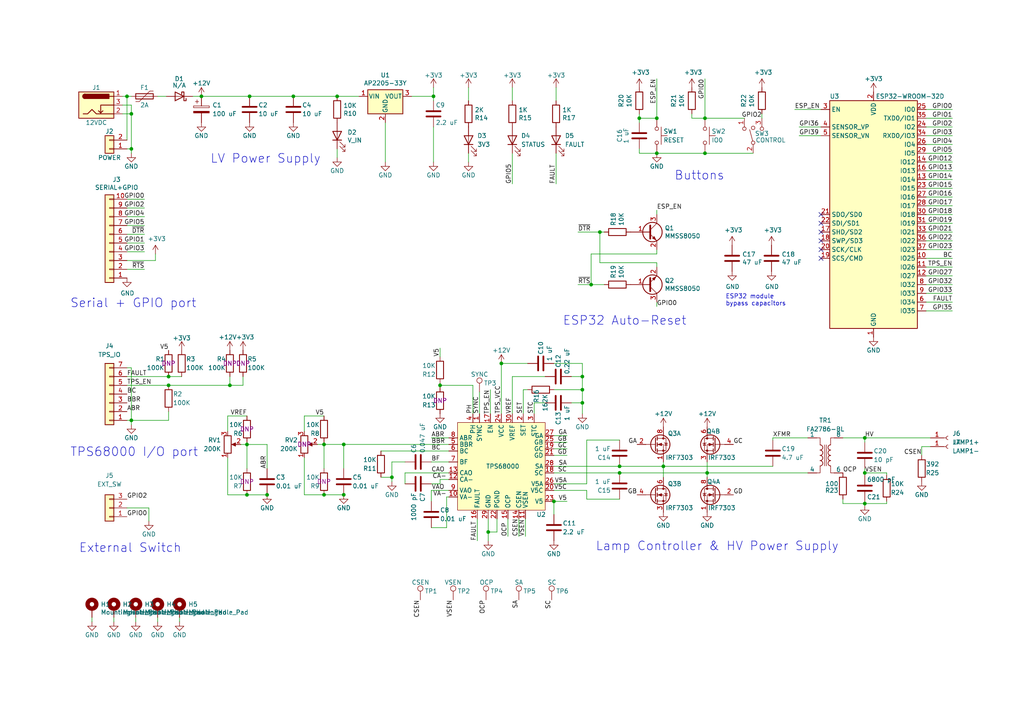
<source format=kicad_sch>
(kicad_sch (version 20211123) (generator eeschema)
  (paper "A4")
  (junction (at 141.605 154.305))
  (junction (at 48.895 111.76))
  (junction (at 38.1 121.92))
  (junction (at 97.79 27.94))
  (junction (at 168.91 113.03))
  (junction (at 66.675 111.76))
  (junction (at 99.695 128.905))
  (junction (at 168.91 109.22))
  (junction (at 192.405 135.255))
  (junction (at 179.705 135.255))
  (junction (at 38.1 33.02))
  (junction (at 160.655 145.415))
  (junction (at 190.5 44.45))
  (junction (at 77.47 143.5244))
  (junction (at 72.39 27.94))
  (junction (at 205.105 137.16))
  (junction (at 71.628 128.9194))
  (junction (at 250.825 146.05))
  (junction (at 85.09 27.94))
  (junction (at 125.73 27.94))
  (junction (at 127.635 111.76))
  (junction (at 190.5 34.29))
  (junction (at 179.705 137.16))
  (junction (at 113.665 138.43))
  (junction (at 93.98 143.51))
  (junction (at 171.45 82.55))
  (junction (at 204.47 34.29))
  (junction (at 173.99 67.31))
  (junction (at 204.47 44.45))
  (junction (at 71.628 143.5244))
  (junction (at 185.42 34.29))
  (junction (at 250.825 127))
  (junction (at 93.98 128.905))
  (junction (at 58.42 27.94))
  (junction (at 99.695 143.51))
  (junction (at 38.1 43.18))
  (junction (at 48.895 109.22))
  (junction (at 36.83 27.94))
  (junction (at 168.91 116.84))
  (junction (at 250.825 137.16))
  (junction (at 145.415 105.41))
  (no_connect (at 238.125 62.23))
  (no_connect (at 238.125 64.77))
  (no_connect (at 238.125 67.31))
  (no_connect (at 238.125 69.85))
  (no_connect (at 238.125 74.93))
  (no_connect (at 238.125 72.39))
  (wire (pts (xy 35.56 27.94) (xy 36.83 27.94)))
  (wire (pts (xy 93.98 143.51) (xy 88.265 143.51)))
  (wire (pts (xy 200.66 33.02) (xy 200.66 34.29)))
  (wire (pts (xy 161.29 25.4) (xy 161.29 29.21)))
  (wire (pts (xy 257.175 146.05) (xy 250.825 146.05)))
  (wire (pts (xy 71.628 128.9194) (xy 77.47 128.9194)))
  (wire (pts (xy 33.02 180.34) (xy 33.02 179.07)))
  (wire (pts (xy 113.665 133.985) (xy 113.665 138.43)))
  (wire (pts (xy 138.43 150.495) (xy 138.43 156.845)))
  (wire (pts (xy 276.225 69.85) (xy 268.605 69.85)))
  (wire (pts (xy 35.56 33.02) (xy 38.1 33.02)))
  (wire (pts (xy 99.695 135.89) (xy 99.695 128.905)))
  (wire (pts (xy 36.83 75.565) (xy 45.085 75.565)))
  (wire (pts (xy 167.64 67.31) (xy 173.99 67.31)))
  (wire (pts (xy 36.83 62.865) (xy 41.91 62.865)))
  (wire (pts (xy 26.67 180.34) (xy 26.67 179.07)))
  (wire (pts (xy 119.38 27.94) (xy 125.73 27.94)))
  (wire (pts (xy 99.695 128.905) (xy 93.98 128.905)))
  (wire (pts (xy 139.065 113.665) (xy 139.065 120.015)))
  (wire (pts (xy 93.98 120.65) (xy 88.265 120.65)))
  (wire (pts (xy 244.475 144.78) (xy 244.475 146.05)))
  (wire (pts (xy 190.5 22.86) (xy 190.5 34.29)))
  (wire (pts (xy 268.605 44.45) (xy 276.225 44.45)))
  (wire (pts (xy 185.42 44.45) (xy 185.42 43.18)))
  (wire (pts (xy 142.24 113.03) (xy 142.24 120.015)))
  (wire (pts (xy 190.5 60.96) (xy 190.5 62.23)))
  (wire (pts (xy 154.94 116.84) (xy 154.94 120.015)))
  (wire (pts (xy 268.605 52.07) (xy 276.225 52.07)))
  (wire (pts (xy 45.72 27.94) (xy 48.26 27.94)))
  (wire (pts (xy 244.475 146.05) (xy 250.825 146.05)))
  (wire (pts (xy 268.605 90.17) (xy 276.225 90.17)))
  (wire (pts (xy 224.155 127) (xy 234.315 127)))
  (wire (pts (xy 250.825 137.16) (xy 250.825 137.795)))
  (wire (pts (xy 160.655 113.03) (xy 168.91 113.03)))
  (wire (pts (xy 144.145 154.305) (xy 141.605 154.305)))
  (wire (pts (xy 150.495 150.495) (xy 150.495 155.575)))
  (wire (pts (xy 190.5 73.66) (xy 171.45 73.66)))
  (wire (pts (xy 160.655 105.41) (xy 168.91 105.41)))
  (wire (pts (xy 268.605 67.31) (xy 276.225 67.31)))
  (wire (pts (xy 190.5 87.63) (xy 190.5 88.9)))
  (wire (pts (xy 173.99 67.31) (xy 175.26 67.31)))
  (wire (pts (xy 36.83 78.105) (xy 41.91 78.105)))
  (wire (pts (xy 170.18 140.335) (xy 170.18 127.635)))
  (wire (pts (xy 129.54 153.035) (xy 129.54 144.145)))
  (wire (pts (xy 160.655 132.08) (xy 164.465 132.08)))
  (wire (pts (xy 192.405 135.255) (xy 224.155 135.255)))
  (wire (pts (xy 72.39 27.94) (xy 85.09 27.94)))
  (wire (pts (xy 165.735 109.22) (xy 168.91 109.22)))
  (wire (pts (xy 160.655 126.365) (xy 164.465 126.365)))
  (wire (pts (xy 276.225 49.53) (xy 268.605 49.53)))
  (wire (pts (xy 276.225 85.09) (xy 268.605 85.09)))
  (wire (pts (xy 160.655 145.415) (xy 160.655 149.225)))
  (wire (pts (xy 71.628 143.5244) (xy 77.47 143.5244)))
  (wire (pts (xy 173.99 76.2) (xy 173.99 67.31)))
  (wire (pts (xy 110.49 130.81) (xy 130.175 130.81)))
  (wire (pts (xy 257.175 137.795) (xy 257.175 137.16)))
  (wire (pts (xy 190.5 77.47) (xy 190.5 76.2)))
  (wire (pts (xy 71.628 128.9194) (xy 71.628 135.9044)))
  (wire (pts (xy 190.5 44.45) (xy 185.42 44.45)))
  (wire (pts (xy 111.76 35.56) (xy 111.76 46.99)))
  (wire (pts (xy 192.405 135.255) (xy 192.405 138.43)))
  (wire (pts (xy 168.91 116.84) (xy 165.735 116.84)))
  (wire (pts (xy 204.47 22.86) (xy 204.47 34.29)))
  (wire (pts (xy 137.16 120.015) (xy 137.16 111.76)))
  (wire (pts (xy 276.225 64.77) (xy 268.605 64.77)))
  (wire (pts (xy 36.83 67.945) (xy 41.91 67.945)))
  (wire (pts (xy 85.09 27.94) (xy 97.79 27.94)))
  (wire (pts (xy 179.705 137.16) (xy 205.105 137.16)))
  (wire (pts (xy 205.105 133.985) (xy 205.105 137.16)))
  (wire (pts (xy 45.085 75.565) (xy 45.085 73.66)))
  (wire (pts (xy 38.1 121.92) (xy 38.1 123.19)))
  (wire (pts (xy 185.42 34.29) (xy 190.5 34.29)))
  (wire (pts (xy 148.59 44.45) (xy 148.59 53.34)))
  (wire (pts (xy 160.655 137.16) (xy 179.705 137.16)))
  (wire (pts (xy 148.59 120.015) (xy 148.59 109.22)))
  (wire (pts (xy 268.605 62.23) (xy 276.225 62.23)))
  (wire (pts (xy 268.605 31.75) (xy 276.225 31.75)))
  (wire (pts (xy 276.225 54.61) (xy 268.605 54.61)))
  (wire (pts (xy 48.895 109.22) (xy 52.705 109.22)))
  (wire (pts (xy 268.605 57.15) (xy 276.225 57.15)))
  (wire (pts (xy 69.85 128.9194) (xy 71.628 128.9194)))
  (wire (pts (xy 231.775 39.37) (xy 238.125 39.37)))
  (wire (pts (xy 158.115 116.84) (xy 154.94 116.84)))
  (wire (pts (xy 276.225 59.69) (xy 268.605 59.69)))
  (wire (pts (xy 170.18 144.78) (xy 179.705 144.78)))
  (wire (pts (xy 127.635 111.125) (xy 127.635 111.76)))
  (wire (pts (xy 205.105 137.16) (xy 205.105 138.43)))
  (wire (pts (xy 113.665 133.985) (xy 117.475 133.985)))
  (wire (pts (xy 97.79 27.94) (xy 104.14 27.94)))
  (wire (pts (xy 151.765 113.03) (xy 153.035 113.03)))
  (wire (pts (xy 148.59 109.22) (xy 158.115 109.22)))
  (wire (pts (xy 110.49 138.43) (xy 113.665 138.43)))
  (wire (pts (xy 231.775 36.83) (xy 238.125 36.83)))
  (wire (pts (xy 268.605 46.99) (xy 276.225 46.99)))
  (wire (pts (xy 268.605 82.55) (xy 276.225 82.55)))
  (wire (pts (xy 276.225 34.29) (xy 268.605 34.29)))
  (wire (pts (xy 171.45 73.66) (xy 171.45 82.55)))
  (wire (pts (xy 55.88 27.94) (xy 58.42 27.94)))
  (wire (pts (xy 70.485 111.76) (xy 70.485 109.22)))
  (wire (pts (xy 160.655 128.27) (xy 164.465 128.27)))
  (wire (pts (xy 151.765 120.015) (xy 151.765 113.03)))
  (wire (pts (xy 39.37 180.34) (xy 39.37 179.07)))
  (wire (pts (xy 269.875 129.54) (xy 267.335 129.54)))
  (wire (pts (xy 66.675 111.76) (xy 70.485 111.76)))
  (wire (pts (xy 38.1 44.45) (xy 38.1 43.18)))
  (wire (pts (xy 88.265 143.51) (xy 88.265 132.715)))
  (wire (pts (xy 205.105 137.16) (xy 234.315 137.16)))
  (wire (pts (xy 125.095 140.335) (xy 127.635 140.335)))
  (wire (pts (xy 185.42 33.02) (xy 185.42 34.29)))
  (wire (pts (xy 117.475 137.16) (xy 117.475 140.335)))
  (wire (pts (xy 179.705 135.255) (xy 192.405 135.255)))
  (wire (pts (xy 130.175 142.24) (xy 125.095 142.24)))
  (wire (pts (xy 41.91 60.325) (xy 36.83 60.325)))
  (wire (pts (xy 250.825 127) (xy 250.825 128.27)))
  (wire (pts (xy 36.83 70.485) (xy 41.91 70.485)))
  (wire (pts (xy 127.635 111.76) (xy 127.635 112.395)))
  (wire (pts (xy 257.175 137.16) (xy 250.825 137.16)))
  (wire (pts (xy 36.83 109.22) (xy 48.895 109.22)))
  (wire (pts (xy 250.825 135.89) (xy 250.825 137.16)))
  (wire (pts (xy 36.83 111.76) (xy 48.895 111.76)))
  (wire (pts (xy 224.155 127) (xy 224.155 127.635)))
  (wire (pts (xy 43.18 147.32) (xy 43.18 151.13)))
  (wire (pts (xy 161.29 44.45) (xy 161.29 53.34)))
  (wire (pts (xy 141.605 150.495) (xy 141.605 154.305)))
  (wire (pts (xy 36.83 147.32) (xy 43.18 147.32)))
  (wire (pts (xy 250.825 145.415) (xy 250.825 146.05)))
  (wire (pts (xy 66.04 125.1094) (xy 66.04 120.65)))
  (wire (pts (xy 66.675 109.22) (xy 66.675 111.76)))
  (wire (pts (xy 125.095 133.985) (xy 130.175 133.985)))
  (wire (pts (xy 125.73 46.99) (xy 125.73 36.83)))
  (wire (pts (xy 230.505 31.75) (xy 238.125 31.75)))
  (wire (pts (xy 145.415 120.015) (xy 145.415 105.41)))
  (wire (pts (xy 141.605 154.305) (xy 141.605 156.845)))
  (wire (pts (xy 38.1 43.18) (xy 38.1 33.02)))
  (wire (pts (xy 36.83 27.94) (xy 36.83 40.64)))
  (wire (pts (xy 276.225 80.01) (xy 268.605 80.01)))
  (wire (pts (xy 148.59 25.4) (xy 148.59 29.21)))
  (wire (pts (xy 276.225 74.93) (xy 268.605 74.93)))
  (wire (pts (xy 125.73 29.21) (xy 125.73 27.94)))
  (wire (pts (xy 170.18 127.635) (xy 179.705 127.635)))
  (wire (pts (xy 170.18 142.24) (xy 170.18 144.78)))
  (wire (pts (xy 204.47 44.45) (xy 190.5 44.45)))
  (wire (pts (xy 36.83 57.785) (xy 41.91 57.785)))
  (wire (pts (xy 160.655 142.24) (xy 170.18 142.24)))
  (wire (pts (xy 125.095 127) (xy 130.175 127)))
  (wire (pts (xy 38.1 106.68) (xy 38.1 121.92)))
  (wire (pts (xy 276.225 39.37) (xy 268.605 39.37)))
  (wire (pts (xy 268.605 72.39) (xy 276.225 72.39)))
  (wire (pts (xy 268.605 77.47) (xy 276.225 77.47)))
  (wire (pts (xy 268.605 87.63) (xy 276.225 87.63)))
  (wire (pts (xy 38.1 33.02) (xy 38.1 30.48)))
  (wire (pts (xy 48.895 111.76) (xy 66.675 111.76)))
  (wire (pts (xy 147.32 150.495) (xy 147.32 155.575)))
  (wire (pts (xy 113.665 138.43) (xy 113.665 139.7)))
  (wire (pts (xy 77.47 135.9044) (xy 77.47 128.9194)))
  (wire (pts (xy 45.72 180.34) (xy 45.72 179.07)))
  (wire (pts (xy 36.83 27.94) (xy 38.1 27.94)))
  (wire (pts (xy 93.98 128.905) (xy 93.98 135.89)))
  (wire (pts (xy 168.91 109.22) (xy 168.91 113.03)))
  (wire (pts (xy 92.075 128.905) (xy 93.98 128.905)))
  (wire (pts (xy 135.89 46.99) (xy 135.89 44.45)))
  (wire (pts (xy 127.635 100.965) (xy 127.635 103.505)))
  (wire (pts (xy 36.83 43.18) (xy 38.1 43.18)))
  (wire (pts (xy 160.655 135.255) (xy 179.705 135.255)))
  (wire (pts (xy 267.335 129.54) (xy 267.335 132.08)))
  (wire (pts (xy 35.56 30.48) (xy 38.1 30.48)))
  (wire (pts (xy 48.895 121.92) (xy 38.1 121.92)))
  (wire (pts (xy 268.605 41.91) (xy 276.225 41.91)))
  (wire (pts (xy 125.73 25.4) (xy 125.73 27.94)))
  (wire (pts (xy 93.98 128.905) (xy 93.98 128.27)))
  (wire (pts (xy 204.47 34.29) (xy 215.9 34.29)))
  (wire (pts (xy 127.635 140.335) (xy 127.635 139.065)))
  (wire (pts (xy 168.91 120.015) (xy 168.91 116.84)))
  (wire (pts (xy 160.655 130.175) (xy 164.465 130.175)))
  (wire (pts (xy 99.695 128.905) (xy 130.175 128.905)))
  (wire (pts (xy 257.175 145.415) (xy 257.175 146.05)))
  (wire (pts (xy 185.42 34.29) (xy 185.42 35.56)))
  (wire (pts (xy 167.64 82.55) (xy 171.45 82.55)))
  (wire (pts (xy 127.635 139.065) (xy 130.175 139.065)))
  (wire (pts (xy 160.655 140.335) (xy 170.18 140.335)))
  (wire (pts (xy 160.655 145.415) (xy 164.465 145.415)))
  (wire (pts (xy 171.45 82.55) (xy 175.26 82.55)))
  (wire (pts (xy 129.54 144.145) (xy 130.175 144.145)))
  (wire (pts (xy 130.175 137.16) (xy 117.475 137.16)))
  (wire (pts (xy 220.98 33.02) (xy 220.98 34.29)))
  (wire (pts (xy 97.79 43.18) (xy 97.79 45.72)))
  (wire (pts (xy 250.825 146.05) (xy 250.825 146.685)))
  (wire (pts (xy 190.5 72.39) (xy 190.5 73.66)))
  (wire (pts (xy 200.66 34.29) (xy 204.47 34.29)))
  (wire (pts (xy 250.825 127) (xy 269.875 127)))
  (wire (pts (xy 152.4 150.495) (xy 152.4 155.575)))
  (wire (pts (xy 168.91 113.03) (xy 168.91 116.84)))
  (wire (pts (xy 52.07 180.34) (xy 52.07 179.07)))
  (wire (pts (xy 268.605 36.83) (xy 276.225 36.83)))
  (wire (pts (xy 192.405 133.985) (xy 192.405 135.255)))
  (wire (pts (xy 144.145 150.495) (xy 144.145 154.305)))
  (wire (pts (xy 125.095 142.24) (xy 125.095 145.415)))
  (wire (pts (xy 71.628 143.5244) (xy 66.04 143.5244)))
  (wire (pts (xy 58.42 27.94) (xy 72.39 27.94)))
  (wire (pts (xy 190.5 76.2) (xy 173.99 76.2)))
  (wire (pts (xy 218.44 44.45) (xy 204.47 44.45)))
  (wire (pts (xy 66.04 143.5244) (xy 66.04 132.7294)))
  (wire (pts (xy 41.91 73.025) (xy 36.83 73.025)))
  (wire (pts (xy 135.89 25.4) (xy 135.89 29.21)))
  (wire (pts (xy 41.91 65.405) (xy 36.83 65.405)))
  (wire (pts (xy 137.16 111.76) (xy 127.635 111.76)))
  (wire (pts (xy 66.04 120.65) (xy 71.628 120.65)))
  (wire (pts (xy 36.83 106.68) (xy 38.1 106.68)))
  (wire (pts (xy 71.628 128.9194) (xy 71.628 128.27)))
  (wire (pts (xy 145.415 105.41) (xy 153.035 105.41)))
  (wire (pts (xy 48.895 119.38) (xy 48.895 121.92)))
  (wire (pts (xy 125.095 153.035) (xy 129.54 153.035)))
  (wire (pts (xy 36.83 121.92) (xy 38.1 121.92)))
  (wire (pts (xy 88.265 120.65) (xy 88.265 125.095)))
  (wire (pts (xy 244.475 127) (xy 250.825 127)))
  (wire (pts (xy 93.98 143.51) (xy 99.695 143.51)))
  (wire (pts (xy 168.91 105.41) (xy 168.91 109.22)))
  (text "ESP32 module\nbypass capacitors" (at 210.439 88.9 0) (effects (font (size 1.27 1.27)) (justify left bottom)))
  (text "Lamp Controller & HV Power Supply" (at 172.72 160.02 0) (effects (font (size 2.54 2.54)) (justify left bottom)))
  (text "TPS68000 I/O port" (at 20.32 132.715 0) (effects (font (size 2.54 2.54)) (justify left bottom)))
  (text "Serial + GPIO port" (at 20.32 89.535 0) (effects (font (size 2.54 2.54)) (justify left bottom)))
  (text "ESP32 Auto-Reset" (at 163.195 94.615 0) (effects (font (size 2.54 2.54)) (justify left bottom)))
  (text "LV Power Supply" (at 60.96 47.625 0) (effects (font (size 2.54 2.54)) (justify left bottom)))
  (text "Buttons" (at 195.58 52.5043 0) (effects (font (size 2.54 2.54)) (justify left bottom)))
  (text "External Switch" (at 22.86 160.528 0) (effects (font (size 2.54 2.54)) (justify left bottom)))
  (label "GPIO5" (at 148.59 53.34 90))
  (label "GB" (at 164.465 128.27 180))
  (label "ESP_EN" (at 190.5 22.86 270))
  (label "GPIO5" (at 41.91 65.405 180))
  (label "BF" (at 125.095 133.985 0))
  (label "GPIO32" (at 276.225 82.55 180))
  (label "GPIO3" (at 276.225 39.37 180))
  (label "GA" (at 184.785 128.905 180))
  (label "SA" (at 164.465 135.255 180))
  (label "GPIO19" (at 276.225 64.77 180))
  (label "ESP_EN" (at 190.5 60.96 0))
  (label "BBR" (at 125.095 128.905 0))
  (label "SC" (at 160.02 173.99 270))
  (label "OCP" (at 140.97 173.99 270))
  (label "GPIO0" (at 36.83 149.86 0))
  (label "GPIO0" (at 41.91 57.785 180))
  (label "FAULT" (at 276.225 87.63 180))
  (label "GC" (at 212.725 128.905 0))
  (label "GPIO17" (at 276.225 59.69 180))
  (label "GPIO1" (at 276.225 34.29 180))
  (label "VREF" (at 148.59 120.015 90))
  (label "CA-" (at 129.54 139.065 180))
  (label "GC" (at 164.465 130.175 180))
  (label "VSEN" (at 152.4 155.575 90))
  (label "CSEN" (at 121.92 173.99 270))
  (label "V5A" (at 164.465 140.335 180))
  (label "GPIO15" (at 276.225 54.61 180))
  (label "FAULT" (at 36.83 109.22 0))
  (label "ESP_EN" (at 230.505 31.75 0))
  (label "GPIO27" (at 276.225 80.01 180))
  (label "GA" (at 164.465 126.365 180))
  (label "GPIO33" (at 276.225 85.09 180))
  (label "BC" (at 36.83 114.3 0))
  (label "V5" (at 93.9799 120.65 180))
  (label "GPIO22" (at 276.225 69.85 180))
  (label "GPIO4" (at 276.225 41.91 180))
  (label "OCP" (at 244.475 137.16 0))
  (label "~{DTR}" (at 41.91 67.945 180))
  (label "FAULT" (at 138.43 156.845 90))
  (label "ABR" (at 125.095 127 0))
  (label "STC" (at 154.94 120.015 90))
  (label "GPI35" (at 276.225 90.17 180))
  (label "CSEN" (at 267.335 132.08 180))
  (label "BC" (at 276.225 74.93 180))
  (label "GPI36" (at 231.775 36.83 0))
  (label "GPIO0" (at 276.225 31.75 180))
  (label "V5" (at 127.635 100.965 270))
  (label "GPIO2" (at 220.98 34.29 180))
  (label "GD" (at 164.465 132.08 180))
  (label "GD" (at 212.725 143.51 0))
  (label "GPIO0" (at 204.47 22.86 270))
  (label "VSEN" (at 131.445 173.99 270))
  (label "GPIO2" (at 276.225 36.83 180))
  (label "CAO" (at 125.095 137.16 0))
  (label "SYNC" (at 139.065 120.015 90))
  (label "ABR" (at 36.83 119.38 0))
  (label "PH" (at 137.16 120.015 90))
  (label "XFMR" (at 224.155 127 0))
  (label "GPIO18" (at 276.225 62.23 180))
  (label "GPIO1" (at 41.91 70.485 180))
  (label "SET" (at 151.765 120.015 90))
  (label "GPIO14" (at 276.225 52.07 180))
  (label "CSEN" (at 150.495 155.575 90))
  (label "FAULT" (at 161.29 53.34 90))
  (label "VAO" (at 128.905 142.24 180))
  (label "V5" (at 164.465 145.415 180))
  (label "VA-" (at 129.54 144.145 180))
  (label "GPIO16" (at 276.225 57.15 180))
  (label "TPS_EN" (at 276.225 77.47 180))
  (label "GPIO5" (at 276.225 44.45 180))
  (label "GPIO4" (at 41.91 62.865 180))
  (label "GB" (at 184.785 143.51 180))
  (label "V5" (at 48.895 101.6 180))
  (label "GPIO2" (at 36.83 144.78 0))
  (label "GPIO2" (at 41.91 60.325 180))
  (label "GPIO23" (at 276.225 72.39 180))
  (label "BC" (at 125.095 130.81 0))
  (label "TPS_VCC" (at 145.415 120.015 90))
  (label "TPS_EN" (at 142.24 113.03 270))
  (label "~{RTS}" (at 167.64 82.55 0))
  (label "ABR" (at 77.47 135.9044 90))
  (label "GPIO12" (at 276.225 46.99 180))
  (label "~{DTR}" (at 167.64 67.31 0))
  (label "GPIO21" (at 276.225 67.31 180))
  (label "GPIO13" (at 276.225 49.53 180))
  (label "V5C" (at 164.465 142.24 180))
  (label "HV" (at 250.825 127 0))
  (label "GPIO0" (at 190.5 88.9 0))
  (label "TPS_EN" (at 36.83 111.76 0))
  (label "GPIO3" (at 41.91 73.025 180))
  (label "GPI39" (at 231.775 39.37 0))
  (label "SC" (at 164.465 137.16 180))
  (label "BBR" (at 36.83 116.84 0))
  (label "~{RTS}" (at 41.91 78.105 180))
  (label "VREF" (at 71.628 120.65 180))
  (label "VSEN" (at 250.825 137.16 0))
  (label "OCP" (at 147.32 155.575 90))
  (label "SA" (at 150.495 173.99 270))
  (symbol (lib_id "Device:R") (at 267.335 135.89 180) (unit 1)
    (property "Reference" "R25" (at 272.415 137.16 0) (effects (justify left)))
    (property "Value" "392" (at 272.415 134.62 0) (effects (justify left)))
    (property "Footprint" "Resistor_SMD:R_0805_2012Metric" (effects hide))
    (property "MPN1" "RC0805FR-07392RL" (effects hide))
  )
  (symbol (lib_id "power:GND") (at 168.91 120.015 0) (unit 1)
    (property "Reference" "#PWR033" (effects hide))
    (property "Value" "GND" (at 168.91 123.825 0))
  )
  (symbol (lib_id "power:GND") (at 223.774 78.74 0) (unit 1)
    (property "Reference" "#PWR045" (effects hide))
    (property "Value" "GND" (at 223.901 83.1342 0))
  )
  (symbol (lib_id "power:+3.3V") (at 70.485 101.6 0) (unit 1)
    (property "Reference" "#PWR015" (effects hide))
    (property "Value" "+3.3V" (at 71.12 97.79 0))
  )
  (symbol (lib_id "Connector_Generic:Conn_01x07") (at 31.75 114.3 180) (unit 1)
    (property "Reference" "J4" (at 31.75 100.33 0))
    (property "Value" "TPS_IO" (at 31.75 102.87 0))
    (property "Footprint" "Connector_PinSocket_2.54mm:PinSocket_1x07_P2.54mm_Vertical" (effects hide))
  )
  (symbol (lib_id "Device:R") (at 244.475 140.97 180) (unit 1)
    (property "Reference" "R23" (at 243.205 142.24 0) (effects (justify left)))
    (property "Value" "100" (at 243.205 140.335 0) (effects (justify left)))
    (property "Footprint" "Resistor_SMD:R_0805_2012Metric" (effects hide))
    (property "MPN1" "RC0805FR-07100RL" (effects hide))
  )
  (symbol (lib_id "power:GND") (at 212.344 78.74 0) (unit 1)
    (property "Reference" "#PWR042" (effects hide))
    (property "Value" "GND" (at 212.471 83.1342 0))
  )
  (symbol (lib_id "Device:R") (at 161.29 33.02 0) (mirror y) (unit 1)
    (property "Reference" "R17" (at 163.068 34.1884 0) (effects (justify right)))
    (property "Value" "1K" (at 163.068 31.877 0) (effects (justify right)))
    (property "Footprint" "Resistor_SMD:R_0805_2012Metric" (effects hide))
    (property "MPN1" "RC0805FR-071KL" (effects hide))
  )
  (symbol (lib_id "Mechanical:MountingHole_Pad") (at 52.07 176.53 0) (unit 1)
    (property "Reference" "H5" (at 54.61 175.2854 0) (effects (justify left)))
    (property "Value" "MountingHole_Pad" (at 54.61 177.5968 0) (effects (justify left)))
    (property "Footprint" "MountingHole:MountingHole_3.2mm_M3_Pad_Via" (effects hide))
  )
  (symbol (lib_id "Device:C") (at 223.774 74.93 0) (unit 1)
    (property "Reference" "C18" (at 226.695 73.7616 0) (effects (justify left)))
    (property "Value" "47 uF" (at 226.695 76.073 0) (effects (justify left)))
    (property "Footprint" "Capacitor_SMD:C_0805_2012Metric" (effects hide))
    (property "MPN1" "GRM21BR60J476ME15L" (effects hide))
  )
  (symbol (lib_id "power:GND") (at 58.42 35.56 0) (unit 1)
    (property "Reference" "#PWR013" (effects hide))
    (property "Value" "GND" (at 58.42 39.37 0))
  )
  (symbol (lib_id "Device:LED") (at 161.29 40.64 90) (unit 1)
    (property "Reference" "D5" (at 163.83 39.37 90) (effects (justify right)))
    (property "Value" "FAULT" (at 163.83 41.91 90) (effects (justify right)))
    (property "Footprint" "LED_SMD:LED_0805_2012Metric" (effects hide))
    (property "MPN1" "APT2012EC" (effects hide))
  )
  (symbol (lib_id "power:GND") (at 26.67 180.34 0) (unit 1)
    (property "Reference" "#PWR01" (effects hide))
    (property "Value" "GND" (at 26.67 184.15 0))
  )
  (symbol (lib_id "power:+3V3") (at 253.365 26.67 0) (unit 1)
    (property "Reference" "#PWR047" (effects hide))
    (property "Value" "+3V3" (at 253.365 22.86 0))
  )
  (symbol (lib_id "power:GND") (at 125.73 46.99 0) (unit 1)
    (property "Reference" "#PWR024" (effects hide))
    (property "Value" "GND" (at 125.73 50.8 0))
  )
  (symbol (lib_id "power:+12V") (at 145.415 105.41 0) (unit 1)
    (property "Reference" "#PWR029" (effects hide))
    (property "Value" "+12V" (at 145.415 101.6 0))
  )
  (symbol (lib_id "power:GND") (at 113.665 139.7 0) (unit 1)
    (property "Reference" "#PWR022" (effects hide))
    (property "Value" "GND" (at 113.665 143.51 0))
  )
  (symbol (lib_id "Device:R") (at 179.07 67.31 270) (unit 1)
    (property "Reference" "R18" (at 177.9016 65.532 0) (effects (justify right)))
    (property "Value" "10K" (at 180.213 65.532 0) (effects (justify right)))
    (property "Footprint" "Resistor_SMD:R_0805_2012Metric" (effects hide))
    (property "MPN1" "RC0805FR-0710KL" (effects hide))
  )
  (symbol (lib_id "Device:R_Potentiometer") (at 88.265 128.905 0) (mirror x) (unit 1)
    (property "Reference" "RV2" (at 86.36 127.6349 0) (effects (justify right)))
    (property "Value" "200K" (at 86.36 130.1749 0) (effects (justify right)))
    (property "Footprint" "Potentiometer_THT:Potentiometer_Bourns_3266W_Vertical" (effects hide))
    (property "MPN1" "3266W-1-204LF" (effects hide))
    (property "Population" "DNP" (at 88.265 128.905 0))
  )
  (symbol (lib_id "power:+3.3V") (at 185.42 25.4 0) (unit 1)
    (property "Reference" "#PWR034" (effects hide))
    (property "Value" "+3.3V" (at 185.801 21.0058 0))
  )
  (symbol (lib_id "Device:LED") (at 135.89 40.64 90) (unit 1)
    (property "Reference" "D3" (at 138.43 39.37 90) (effects (justify right)))
    (property "Value" "3V3" (at 138.43 41.91 90) (effects (justify right)))
    (property "Footprint" "LED_SMD:LED_0805_2012Metric" (effects hide))
    (property "MPN1" "LSM0805543V" (effects hide))
  )
  (symbol (lib_id "Device:C") (at 179.705 140.97 180) (unit 1)
    (property "Reference" "C15" (at 177.165 142.24 0) (effects (justify left)))
    (property "Value" "1 uF" (at 177.165 139.7 0) (effects (justify left)))
    (property "Footprint" "Capacitor_SMD:C_0805_2012Metric" (effects hide))
    (property "MPN1" "C2012X5R1E105M125AA" (effects hide))
  )
  (symbol (lib_id "Switch:SW_Push") (at 190.5 39.37 270) (unit 1)
    (property "Reference" "SW1" (at 192.405 38.1 90) (effects (justify left)))
    (property "Value" "RESET" (at 192.405 40.64 90) (effects (justify left)))
    (property "Footprint" "Button_Switch_SMD:SW_Push_1P1T_NO_CK_KMR2" (effects hide))
    (property "MPN1" "KMR221GLFS" (effects hide))
  )
  (symbol (lib_id "RF_Module:ESP32-WROOM-32D") (at 253.365 62.23 0) (unit 1)
    (property "Reference" "U3" (at 240.665 27.94 0) (effects (justify left)))
    (property "Value" "ESP32-WROOM-32D" (at 254 27.94 0) (effects (justify left)))
    (property "Footprint" "RF_Module:ESP32-WROOM-32" (effects hide))
    (property "Datasheet" "https://www.espressif.com/sites/default/files/documentation/esp32-wroom-32d_esp32-wroom-32u_datasheet_en.pdf" (effects hide))
    (property "MPN1" "ESP32-WROOM-32D" (effects hide))
  )
  (symbol (lib_id "Device:C") (at 125.73 33.02 0) (unit 1)
    (property "Reference" "C9" (at 126.365 30.48 0) (effects (justify left)))
    (property "Value" "2.2 uF" (at 126.365 35.56 0) (effects (justify left)))
    (property "Footprint" "Capacitor_SMD:C_0805_2012Metric" (effects hide))
    (property "MPN1" "C2012X5R1E225M125AC" (effects hide))
  )
  (symbol (lib_id "Mechanical:MountingHole_Pad") (at 39.37 176.53 0) (unit 1)
    (property "Reference" "H3" (at 41.91 175.2854 0) (effects (justify left)))
    (property "Value" "MountingHole_Pad" (at 41.91 177.5968 0) (effects (justify left)))
    (property "Footprint" "MountingHole:MountingHole_3.2mm_M3_Pad_Via" (effects hide))
  )
  (symbol (lib_id "Device:R") (at 135.89 33.02 0) (mirror y) (unit 1)
    (property "Reference" "R14" (at 137.668 34.1884 0) (effects (justify right)))
    (property "Value" "2K" (at 137.668 31.877 0) (effects (justify right)))
    (property "Footprint" "Resistor_SMD:R_0805_2012Metric" (effects hide))
    (property "MPN1" "RC0805FR-072KL" (effects hide))
  )
  (symbol (lib_id "power:+12V") (at 66.675 101.6 0) (unit 1)
    (property "Reference" "#PWR014" (effects hide))
    (property "Value" "+12V" (at 66.04 97.79 0))
  )
  (symbol (lib_id "Connector:Conn_01x01_Female") (at 274.955 129.54 0) (unit 1)
    (property "Reference" "J7" (at 276.225 128.2699 0) (effects (justify left)))
    (property "Value" "LAMP1-" (at 276.225 130.8099 0) (effects (justify left)))
    (property "Footprint" "SmartNeonPSU:SpringContact_9.9mm_5mm" (effects hide))
  )
  (symbol (lib_id "power:GND") (at 77.47 143.5244 0) (unit 1)
    (property "Reference" "#PWR017" (effects hide))
    (property "Value" "GND" (at 77.47 147.3344 0))
  )
  (symbol (lib_id "power:+12V") (at 205.105 123.825 0) (unit 1)
    (property "Reference" "#PWR039" (effects hide))
    (property "Value" "+12V" (at 205.105 120.015 0))
  )
  (symbol (lib_id "ClimateSprinklerController:MMSS8050") (at 187.96 82.55 0) (mirror x) (unit 1)
    (property "Reference" "Q2" (at 192.786 81.3816 0) (effects (justify left)))
    (property "Value" "MMSS8050" (at 192.786 83.693 0) (effects (justify left)))
    (property "Footprint" "Package_TO_SOT_SMD:SOT-23" (effects hide))
    (property "Datasheet" "https://www.mccsemi.com/pdf/Products/MMSS8050(SOT-23).pdf" (effects hide))
    (property "MPN1" "MMSS8050" (effects hide))
  )
  (symbol (lib_id "Device:C") (at 156.845 105.41 90) (unit 1)
    (property "Reference" "C10" (at 156.845 102.87 0) (effects (justify left)))
    (property "Value" "1 uF" (at 159.385 104.775 0) (effects (justify left)))
    (property "Footprint" "Capacitor_SMD:C_0805_2012Metric" (effects hide))
    (property "MPN1" "C2012X5R1E105M125AA" (effects hide))
  )
  (symbol (lib_id "Connector:Barrel_Jack_Switch") (at 27.94 30.48 0) (unit 1)
    (property "Reference" "J1" (at 27.94 25.4 0))
    (property "Value" "12VDC" (at 27.94 35.56 0))
    (property "Footprint" "Connector_BarrelJack:BarrelJack_Horizontal" (effects hide))
  )
  (symbol (lib_id "power:GND") (at 267.335 139.7 0) (unit 1)
    (property "Reference" "#PWR049" (effects hide))
    (property "Value" "GND" (at 267.335 143.51 0))
  )
  (symbol (lib_id "power:GND") (at 141.605 156.845 0) (unit 1)
    (property "Reference" "#PWR028" (effects hide))
    (property "Value" "GND" (at 141.605 160.655 0))
  )
  (symbol (lib_id "ClimateSprinklerController:MMSS8050") (at 187.96 67.31 0) (unit 1)
    (property "Reference" "Q1" (at 192.786 66.1416 0) (effects (justify left)))
    (property "Value" "MMSS8050" (at 192.786 68.453 0) (effects (justify left)))
    (property "Footprint" "Package_TO_SOT_SMD:SOT-23" (effects hide))
    (property "Datasheet" "https://www.mccsemi.com/pdf/Products/MMSS8050(SOT-23).pdf" (effects hide))
    (property "MPN1" "MMSS8050" (effects hide))
  )
  (symbol (lib_id "Device:C") (at 77.47 139.7144 0) (unit 1)
    (property "Reference" "C3" (at 80.01 138.4444 0) (effects (justify left)))
    (property "Value" "0.01 uF" (at 80.01 140.9844 0) (effects (justify left)))
    (property "Footprint" "Capacitor_SMD:C_0805_2012Metric" (effects hide))
    (property "MPN1" "CC0805JRX7R8BB103" (effects hide))
  )
  (symbol (lib_id "Device:R") (at 66.675 105.41 0) (unit 1)
    (property "Reference" "R4" (at 62.865 104.14 0) (effects (justify left)))
    (property "Value" "100K" (at 60.325 106.68 0) (effects (justify left)))
    (property "Footprint" "Resistor_SMD:R_0805_2012Metric" (effects hide))
    (property "MPN1" "RC0805FR-07100KL" (effects hide))
    (property "Population" "DNP" (at 66.675 105.41 0))
  )
  (symbol (lib_id "power:+3.3V") (at 148.59 25.4 0) (unit 1)
    (property "Reference" "#PWR030" (effects hide))
    (property "Value" "+3.3V" (at 148.59 21.844 0))
  )
  (symbol (lib_id "Device:C") (at 185.42 39.37 0) (unit 1)
    (property "Reference" "C16" (at 179.705 39.37 90))
    (property "Value" "1 uF" (at 181.61 39.37 90))
    (property "Footprint" "Capacitor_SMD:C_0805_2012Metric" (effects hide))
    (property "MPN1" "C2012X5R1E105M125AA" (effects hide))
  )
  (symbol (lib_id "power:GND") (at 99.695 143.51 0) (unit 1)
    (property "Reference" "#PWR020" (effects hide))
    (property "Value" "GND" (at 99.695 147.32 0))
  )
  (symbol (lib_id "Regulator_Linear:AP2204R-3.3") (at 111.76 27.94 0) (unit 1)
    (property "Reference" "U1" (at 111.76 21.7932 0))
    (property "Value" "AP2205-33Y" (at 111.76 24.1046 0))
    (property "Footprint" "Package_TO_SOT_SMD:SOT-89-3" (effects hide))
    (property "Datasheet" "https://www.diodes.com/assets/Datasheets/AP2205.pdf" (effects hide))
    (property "MPN1" "AP2205-33Y" (effects hide))
  )
  (symbol (lib_id "Device:C") (at 250.825 132.08 0) (unit 1)
    (property "Reference" "C20" (at 253.365 130.81 0) (effects (justify left)))
    (property "Value" "10 pF" (at 253.365 133.35 0) (effects (justify left)))
    (property "Footprint" "Capacitor_SMD:C_1808_4520Metric_Slot" (effects hide))
    (property "MPN1" "C4520C0G3F100F" (effects hide))
  )
  (symbol (lib_id "Device:C") (at 160.655 153.035 0) (unit 1)
    (property "Reference" "C11" (at 163.195 151.765 0) (effects (justify left)))
    (property "Value" "2.2 uF" (at 163.195 154.305 0) (effects (justify left)))
    (property "Footprint" "Capacitor_SMD:C_0805_2012Metric" (effects hide))
    (property "MPN1" "C2012X5R1E225M125AC" (effects hide))
  )
  (symbol (lib_id "Mechanical:MountingHole_Pad") (at 33.02 176.53 0) (unit 1)
    (property "Reference" "H2" (at 35.56 175.2854 0) (effects (justify left)))
    (property "Value" "MountingHole_Pad" (at 35.56 177.5968 0) (effects (justify left)))
    (property "Footprint" "MountingHole:MountingHole_3.2mm_M3_Pad_Via" (effects hide))
  )
  (symbol (lib_id "power:GND") (at 160.655 156.845 0) (unit 1)
    (property "Reference" "#PWR031" (effects hide))
    (property "Value" "GND" (at 160.655 160.655 0))
  )
  (symbol (lib_id "power:+3V3") (at 45.085 73.66 0) (unit 1)
    (property "Reference" "#PWR08" (effects hide))
    (property "Value" "+3V3" (at 45.466 69.2658 0))
  )
  (symbol (lib_id "Device:C") (at 250.825 141.605 0) (unit 1)
    (property "Reference" "C21" (at 251.46 144.145 0) (effects (justify left)))
    (property "Value" "6800 pF" (at 251.46 139.065 0) (effects (justify left)))
    (property "Footprint" "Capacitor_SMD:C_0805_2012Metric" (effects hide))
    (property "MPN1" "CC0805KRX7R9BB682" (effects hide))
  )
  (symbol (lib_id "power:+12V") (at 58.42 27.94 0) (unit 1)
    (property "Reference" "#PWR012" (effects hide))
    (property "Value" "+12V" (at 58.42 24.13 0))
  )
  (symbol (lib_id "power:GND") (at 45.72 180.34 0) (unit 1)
    (property "Reference" "#PWR09" (effects hide))
    (property "Value" "GND" (at 45.72 184.15 0))
  )
  (symbol (lib_id "NeonDimmablePSU:IRF7303") (at 189.865 143.51 0) (unit 2)
    (property "Reference" "Q3" (at 193.675 140.335 0) (effects (justify left)))
    (property "Value" "IRF7303" (at 193.04 147.32 0) (effects (justify left)))
    (property "Footprint" "Package_SO:SOIC-8_3.9x4.9mm_P1.27mm" (effects hide))
    (property "Datasheet" "https://www.infineon.com/dgdl/irf7303pbf.pdf?fileId=5546d462533600a4015355f1c70a1afc" (effects hide))
    (property "MPN1" "IRF7303TRPBF" (effects hide))
  )
  (symbol (lib_id "Device:LED") (at 148.59 40.64 90) (unit 1)
    (property "Reference" "D4" (at 151.13 39.37 90) (effects (justify right)))
    (property "Value" "STATUS" (at 151.13 41.91 90) (effects (justify right)))
    (property "Footprint" "LED_SMD:LED_0805_2012Metric" (effects hide))
    (property "MPN1" "APT2012EC" (effects hide))
  )
  (symbol (lib_id "Device:R") (at 127.635 107.315 180) (unit 1)
    (property "Reference" "R12" (at 126.365 108.585 0) (effects (justify left)))
    (property "Value" "10K" (at 126.365 106.045 0) (effects (justify left)))
    (property "Footprint" "Resistor_SMD:R_0805_2012Metric" (effects hide))
    (property "MPN1" "RC0805FR-0710KL" (effects hide))
  )
  (symbol (lib_id "Device:C") (at 121.285 133.985 90) (unit 1)
    (property "Reference" "C6" (at 120.015 131.445 0) (effects (justify left)))
    (property "Value" "0.047 uF" (at 122.555 131.445 0) (effects (justify left)))
    (property "Footprint" "Capacitor_SMD:C_0805_2012Metric" (effects hide))
    (property "MPN1" "CC0805JRX7R9BB473" (effects hide))
  )
  (symbol (lib_id "Device:R") (at 257.175 141.605 180) (unit 1)
    (property "Reference" "R24" (at 262.255 142.875 0) (effects (justify left)))
    (property "Value" "10K" (at 262.255 140.335 0) (effects (justify left)))
    (property "Footprint" "Resistor_SMD:R_0805_2012Metric" (effects hide))
    (property "MPN1" "RC0805FR-0710KL" (effects hide))
  )
  (symbol (lib_id "power:GND") (at 205.105 148.59 0) (unit 1)
    (property "Reference" "#PWR040" (effects hide))
    (property "Value" "GND" (at 205.105 152.4 0))
  )
  (symbol (lib_id "Device:C") (at 121.285 140.335 270) (unit 1)
    (property "Reference" "C7" (at 122.555 142.875 0) (effects (justify left)))
    (property "Value" "1000 pF" (at 120.015 142.875 0) (effects (justify left)))
    (property "Footprint" "Capacitor_SMD:C_0805_2012Metric" (effects hide))
    (property "MPN1" "CC0805KRX7R9BB102" (effects hide))
  )
  (symbol (lib_id "power:+3.3V") (at 135.89 25.4 0) (unit 1)
    (property "Reference" "#PWR026" (effects hide))
    (property "Value" "+3.3V" (at 135.89 21.844 0))
  )
  (symbol (lib_id "power:GND") (at 72.39 35.56 0) (unit 1)
    (property "Reference" "#PWR016" (effects hide))
    (property "Value" "GND" (at 72.39 39.37 0))
  )
  (symbol (lib_id "Device:C") (at 179.705 131.445 180) (unit 1)
    (property "Reference" "C14" (at 177.165 132.715 0) (effects (justify left)))
    (property "Value" "1 uF" (at 177.165 130.175 0) (effects (justify left)))
    (property "Footprint" "Capacitor_SMD:C_0805_2012Metric" (effects hide))
    (property "MPN1" "C2012X5R1E105M125AA" (effects hide))
  )
  (symbol (lib_id "Device:C") (at 125.095 149.225 0) (unit 1)
    (property "Reference" "C8" (at 127.635 147.955 0) (effects (justify left)))
    (property "Value" "0.01 uF" (at 127.635 150.495 0) (effects (justify left)))
    (property "Footprint" "Capacitor_SMD:C_0805_2012Metric" (effects hide))
    (property "MPN1" "CC0805JRX7R8BB103" (effects hide))
  )
  (symbol (lib_id "Mechanical:MountingHole_Pad") (at 45.72 176.53 0) (unit 1)
    (property "Reference" "H4" (at 48.26 175.2854 0) (effects (justify left)))
    (property "Value" "MountingHole_Pad" (at 48.26 177.5968 0) (effects (justify left)))
    (property "Footprint" "MountingHole:MountingHole_3.2mm_M3_Pad_Via" (effects hide))
  )
  (symbol (lib_id "power:GND") (at 97.79 45.72 0) (unit 1)
    (property "Reference" "#PWR019" (effects hide))
    (property "Value" "GND" (at 97.79 49.53 0))
  )
  (symbol (lib_id "Device:C_Polarized") (at 58.42 31.75 0) (unit 1)
    (property "Reference" "C1" (at 61.595 30.48 0) (effects (justify left)))
    (property "Value" "100 uF" (at 61.595 33.02 0) (effects (justify left)))
    (property "Footprint" "Capacitor_SMD:CP_Elec_8x6.9" (effects hide))
    (property "MPN1" "25SVF100M" (effects hide))
  )
  (symbol (lib_id "Device:R") (at 48.895 115.57 0) (unit 1)
    (property "Reference" "R2" (at 50.165 114.3 0) (effects (justify left)))
    (property "Value" "100K" (at 50.165 116.84 0) (effects (justify left)))
    (property "Footprint" "Resistor_SMD:R_0805_2012Metric" (effects hide))
    (property "MPN1" "RC0805FR-07100KL" (effects hide))
  )
  (symbol (lib_id "power:+3.3V") (at 223.774 71.12 0) (unit 1)
    (property "Reference" "#PWR044" (effects hide))
    (property "Value" "+3.3V" (at 224.155 66.7258 0))
  )
  (symbol (lib_id "power:GND") (at 36.83 80.645 0) (unit 1)
    (property "Reference" "#PWR03" (effects hide))
    (property "Value" "GND" (at 36.957 85.0392 0))
  )
  (symbol (lib_id "power:GND") (at 33.02 180.34 0) (unit 1)
    (property "Reference" "#PWR02" (effects hide))
    (property "Value" "GND" (at 33.02 184.15 0))
  )
  (symbol (lib_id "Device:C") (at 85.09 31.75 0) (unit 1)
    (property "Reference" "C4" (at 87.63 30.48 0) (effects (justify left)))
    (property "Value" "10 uF" (at 87.63 33.02 0) (effects (justify left)))
    (property "Footprint" "Capacitor_SMD:C_0805_2012Metric" (effects hide))
    (property "MPN1" "C2012X5R1V106K085AC" (effects hide))
  )
  (symbol (lib_id "power:GND") (at 135.89 46.99 0) (unit 1)
    (property "Reference" "#PWR027" (effects hide))
    (property "Value" "GND" (at 135.89 50.8 0))
  )
  (symbol (lib_id "SmartNeonPSU:TPS68000") (at 145.415 135.255 0) (unit 1)
    (property "Reference" "U2" (at 155.575 149.225 0) (effects (justify left)))
    (property "Value" "TPS68000" (at 140.97 135.255 0) (effects (justify left)))
    (property "Footprint" "Package_SO:TSSOP-30_4.4x7.8mm_P0.5mm" (effects hide))
    (property "MPN1" "TPS68000DBT" (effects hide))
  )
  (symbol (lib_id "Device:R") (at 97.79 31.75 0) (mirror y) (unit 1)
    (property "Reference" "R10" (at 99.568 32.9184 0) (effects (justify right)))
    (property "Value" "10K" (at 99.568 30.607 0) (effects (justify right)))
    (property "Footprint" "Resistor_SMD:R_0805_2012Metric" (effects hide))
    (property "MPN1" "RC0805FR-0710KL" (effects hide))
  )
  (symbol (lib_id "Connector:TestPoint") (at 150.495 173.99 0) (unit 1)
    (property "Reference" "TP5" (at 151.765 171.45 0) (effects (justify left)))
    (property "Value" "SA" (at 149.225 168.91 0) (effects (justify left)))
    (property "Footprint" "TestPoint:TestPoint_Pad_D1.0mm" (effects hide))
  )
  (symbol (lib_id "Device:R") (at 93.98 139.7 180) (unit 1)
    (property "Reference" "R9" (at 92.71 140.97 0) (effects (justify left)))
    (property "Value" "10K" (at 92.71 138.43 0) (effects (justify left)))
    (property "Footprint" "Resistor_SMD:R_0805_2012Metric" (effects hide))
    (property "MPN1" "RC0805FR-0710KL" (effects hide))
    (property "Population" "DNP" (at 93.98 139.7 0))
  )
  (symbol (lib_id "Device:C") (at 161.925 116.84 270) (unit 1)
    (property "Reference" "C13" (at 161.925 119.38 0) (effects (justify left)))
    (property "Value" "1 uF" (at 164.465 117.475 0) (effects (justify left)))
    (property "Footprint" "Capacitor_SMD:C_0805_2012Metric" (effects hide))
    (property "MPN1" "C2012X5R1E105M125AA" (effects hide))
  )
  (symbol (lib_id "Device:R") (at 156.845 113.03 90) (unit 1)
    (property "Reference" "R16" (at 155.575 116.84 0) (effects (justify left)))
    (property "Value" "162K" (at 158.115 119.38 0) (effects (justify left)))
    (property "Footprint" "Resistor_SMD:R_0805_2012Metric" (effects hide))
    (property "MPN1" "RC0805FR-07162KL" (effects hide))
  )
  (symbol (lib_id "power:GND") (at 127.635 120.015 0) (unit 1)
    (property "Reference" "#PWR025" (effects hide))
    (property "Value" "GND" (at 127.635 123.825 0))
  )
  (symbol (lib_id "Connector:TestPoint") (at 131.445 173.99 0) (unit 1)
    (property "Reference" "TP2" (at 132.715 171.45 0) (effects (justify left)))
    (property "Value" "VSEN" (at 128.905 168.91 0) (effects (justify left)))
    (property "Footprint" "TestPoint:TestPoint_Pad_D1.0mm" (effects hide))
  )
  (symbol (lib_id "power:GND") (at 38.1 123.19 0) (unit 1)
    (property "Reference" "#PWR05" (effects hide))
    (property "Value" "GND" (at 38.1 127 0))
  )
  (symbol (lib_id "Connector:TestPoint") (at 139.065 113.665 0) (unit 1)
    (property "Reference" "TP3" (at 140.335 111.125 0) (effects (justify left)))
    (property "Value" "SYNC" (at 136.525 108.585 0) (effects (justify left)))
    (property "Footprint" "TestPoint:TestPoint_Pad_D1.0mm" (effects hide))
  )
  (symbol (lib_id "Device:C") (at 99.695 139.7 0) (unit 1)
    (property "Reference" "C5" (at 102.235 138.43 0) (effects (justify left)))
    (property "Value" "0.01 uF" (at 102.235 140.97 0) (effects (justify left)))
    (property "Footprint" "Capacitor_SMD:C_0805_2012Metric" (effects hide))
    (property "MPN1" "CC0805JRX7R8BB103" (effects hide))
  )
  (symbol (lib_id "Device:R") (at 48.895 105.41 0) (unit 1)
    (property "Reference" "R1" (at 45.085 104.14 0) (effects (justify left)))
    (property "Value" "100K" (at 42.545 106.68 0) (effects (justify left)))
    (property "Footprint" "Resistor_SMD:R_0805_2012Metric" (effects hide))
    (property "MPN1" "RC0805FR-07100KL" (effects hide))
    (property "Population" "DNP" (at 48.895 105.41 0))
  )
  (symbol (lib_id "Device:C") (at 72.39 31.75 0) (unit 1)
    (property "Reference" "C2" (at 74.93 30.48 0) (effects (justify left)))
    (property "Value" "10 uF" (at 74.93 33.02 0) (effects (justify left)))
    (property "Footprint" "Capacitor_SMD:C_0805_2012Metric" (effects hide))
    (property "MPN1" "C2012X5R1V106K085AC" (effects hide))
  )
  (symbol (lib_id "power:GND") (at 253.365 97.79 0) (unit 1)
    (property "Reference" "#PWR048" (effects hide))
    (property "Value" "GND" (at 253.365 101.6 0))
  )
  (symbol (lib_id "power:GND") (at 85.09 35.56 0) (unit 1)
    (property "Reference" "#PWR018" (effects hide))
    (property "Value" "GND" (at 85.09 39.37 0))
  )
  (symbol (lib_id "Mechanical:MountingHole_Pad") (at 26.67 176.53 0) (unit 1)
    (property "Reference" "H1" (at 29.21 175.2854 0) (effects (justify left)))
    (property "Value" "MountingHole_Pad" (at 29.21 177.5968 0) (effects (justify left)))
    (property "Footprint" "MountingHole:MountingHole_3.2mm_M3_Pad_Via" (effects hide))
  )
  (symbol (lib_id "Device:C") (at 224.155 131.445 0) (unit 1)
    (property "Reference" "C19" (at 226.695 130.175 0) (effects (justify left)))
    (property "Value" "4.7 uF" (at 226.695 132.715 0) (effects (justify left)))
    (property "Footprint" "Capacitor_SMD:C_0805_2012Metric" (effects hide))
    (property "MPN1" "C2012X7R1H475K125AE" (effects hide))
  )
  (symbol (lib_id "Device:R") (at 71.628 139.7144 180) (unit 1)
    (property "Reference" "R7" (at 70.358 140.9844 0) (effects (justify left)))
    (property "Value" "10K" (at 70.358 138.4444 0) (effects (justify left)))
    (property "Footprint" "Resistor_SMD:R_0805_2012Metric" (effects hide))
    (property "MPN1" "RC0805FR-0710KL" (effects hide))
    (property "Population" "DNP" (at 71.628 139.7144 0))
  )
  (symbol (lib_id "Device:R") (at 185.42 29.21 0) (unit 1)
    (property "Reference" "R20" (at 180.1622 29.21 90))
    (property "Value" "10K" (at 182.4736 29.21 90))
    (property "Footprint" "Resistor_SMD:R_0805_2012Metric" (effects hide))
    (property "MPN1" "RC0805FR-0710KL" (effects hide))
  )
  (symbol (lib_id "NeonPSU:IRF7303") (at 207.645 128.905 0) (mirror y) (unit 2)
    (property "Reference" "Q4" (at 208.915 125.095 0) (effects (justify left)))
    (property "Value" "IRF7303" (at 213.36 132.715 0) (effects (justify left)))
    (property "Footprint" "Package_SO:SOIC-8_3.9x4.9mm_P1.27mm" (effects hide))
    (property "Datasheet" "https://www.infineon.com/dgdl/irf7303pbf.pdf?fileId=5546d462533600a4015355f1c70a1afc" (effects hide))
    (property "MPN1" "IRF7303TRPBF" (effects hide))
  )
  (symbol (lib_id "SmartNeonPSU:FA2786-BL") (at 239.395 132.08 0) (unit 1)
    (property "Reference" "TR1" (at 239.395 121.92 0))
    (property "Value" "FA2786-BL" (at 239.395 124.46 0))
    (property "Footprint" "SmartNeonPSU:FA2786-BL" (effects hide))
    (property "Datasheet" "https://www.coilcraft.com/getmedia/b0a7d479-d29d-42ec-b25a-14022c1518bf/fa2786.pdf" (effects hide))
  )
  (symbol (lib_id "Device:R") (at 52.705 105.41 0) (unit 1)
    (property "Reference" "R3" (at 53.975 104.14 0) (effects (justify left)))
    (property "Value" "100K" (at 53.975 106.68 0) (effects (justify left)))
    (property "Footprint" "Resistor_SMD:R_0805_2012Metric" (effects hide))
    (property "MPN1" "RC0805FR-07100KL" (effects hide))
  )
  (symbol (lib_id "SmartNeonPSU:IRF7303") (at 207.645 143.51 0) (mirror y) (unit 1)
    (property "Reference" "Q4" (at 208.915 139.7 0) (effects (justify left)))
    (property "Value" "IRF7303" (at 213.36 147.32 0) (effects (justify left)))
    (property "Footprint" "Package_SO:SOIC-8_3.9x4.9mm_P1.27mm" (effects hide))
    (property "Datasheet" "https://www.infineon.com/dgdl/irf7303pbf.pdf?fileId=5546d462533600a4015355f1c70a1afc" (effects hide))
    (property "MPN1" "IRF7303TRPBF" (effects hide))
  )
  (symbol (lib_id "Device:R") (at 179.07 82.55 270) (unit 1)
    (property "Reference" "R19" (at 177.9016 80.772 0) (effects (justify right)))
    (property "Value" "10K" (at 180.213 80.772 0) (effects (justify right)))
    (property "Footprint" "Resistor_SMD:R_0805_2012Metric" (effects hide))
    (property "MPN1" "RC0805FR-0710KL" (effects hide))
  )
  (symbol (lib_id "Device:D_Schottky") (at 52.07 27.94 180) (unit 1)
    (property "Reference" "D1" (at 53.34 22.86 0) (effects (justify left)))
    (property "Value" "N/A" (at 53.975 24.765 0) (effects (justify left)))
    (property "Footprint" "Diode_SMD:D_SOD-123F" (effects hide))
    (property "Datasheet" "https://www.diodes.com/assets/Datasheets/MBR230S1F.pdf" (effects hide))
    (property "MPN1" "MBR230S1F-7" (effects hide))
  )
  (symbol (lib_id "Switch:SW_Push") (at 204.47 39.37 270) (unit 1)
    (property "Reference" "SW2" (at 206.375 38.1 90) (effects (justify left)))
    (property "Value" "IO0" (at 206.375 40.64 90) (effects (justify left)))
    (property "Footprint" "Button_Switch_SMD:SW_Push_1P1T_NO_CK_KMR2" (effects hide))
    (property "MPN1" "KMR221GLFS" (effects hide))
  )
  (symbol (lib_id "power:+3.3V") (at 161.29 25.4 0) (unit 1)
    (property "Reference" "#PWR032" (effects hide))
    (property "Value" "+3.3V" (at 161.29 21.844 0))
  )
  (symbol (lib_id "power:GND") (at 250.825 146.685 0) (unit 1)
    (property "Reference" "#PWR046" (effects hide))
    (property "Value" "GND" (at 250.825 150.495 0))
  )
  (symbol (lib_id "Connector_Generic:Conn_01x02") (at 31.75 43.18 180) (unit 1)
    (property "Reference" "J2" (at 31.75 38.1 0))
    (property "Value" "POWER" (at 31.75 45.72 0))
    (property "Footprint" "Connector_PinSocket_2.54mm:PinSocket_1x02_P2.54mm_Vertical" (effects hide))
  )
  (symbol (lib_id "power:+3.3V") (at 200.66 25.4 0) (unit 1)
    (property "Reference" "#PWR038" (effects hide))
    (property "Value" "+3.3V" (at 201.041 21.0058 0))
  )
  (symbol (lib_id "Device:R") (at 127.635 116.205 180) (unit 1)
    (property "Reference" "R13" (at 126.365 117.475 0) (effects (justify left)))
    (property "Value" "10K" (at 126.365 114.935 0) (effects (justify left)))
    (property "Footprint" "Resistor_SMD:R_0805_2012Metric" (effects hide))
    (property "MPN1" "RC0805FR-0710KL" (effects hide))
    (property "Population" "DNP" (at 127.635 116.205 0))
  )
  (symbol (lib_id "power:GND") (at 111.76 46.99 0) (unit 1)
    (property "Reference" "#PWR021" (effects hide))
    (property "Value" "GND" (at 111.76 50.8 0))
  )
  (symbol (lib_id "power:GND") (at 52.07 180.34 0) (unit 1)
    (property "Reference" "#PWR010" (effects hide))
    (property "Value" "GND" (at 52.07 184.15 0))
  )
  (symbol (lib_id "power:GND") (at 39.37 180.34 0) (unit 1)
    (property "Reference" "#PWR06" (effects hide))
    (property "Value" "GND" (at 39.37 184.15 0))
  )
  (symbol (lib_id "Connector:TestPoint") (at 140.97 173.99 0) (unit 1)
    (property "Reference" "TP4" (at 142.24 171.45 0) (effects (justify left)))
    (property "Value" "OCP" (at 139.065 168.91 0) (effects (justify left)))
    (property "Footprint" "TestPoint:TestPoint_Pad_D1.0mm" (effects hide))
  )
  (symbol (lib_id "Device:C") (at 212.344 74.93 0) (unit 1)
    (property "Reference" "C17" (at 215.265 73.7616 0) (effects (justify left)))
    (property "Value" "47 uF" (at 215.265 76.073 0) (effects (justify left)))
    (property "Footprint" "Capacitor_SMD:C_0805_2012Metric" (effects hide))
    (property "MPN1" "GRM21BR60J476ME15L" (effects hide))
  )
  (symbol (lib_id "power:+12V") (at 192.405 123.825 0) (unit 1)
    (property "Reference" "#PWR036" (effects hide))
    (property "Value" "+12V" (at 192.405 120.015 0))
  )
  (symbol (lib_id "Device:R") (at 71.628 124.46 180) (unit 1)
    (property "Reference" "R6" (at 70.358 125.73 0) (effects (justify left)))
    (property "Value" "10K" (at 70.358 123.19 0) (effects (justify left)))
    (property "Footprint" "Resistor_SMD:R_0805_2012Metric" (effects hide))
    (property "MPN1" "RC0805FR-0710KL" (effects hide))
    (property "Population" "DNP" (at 71.628 124.46 0))
  )
  (symbol (lib_id "Device:LED") (at 97.79 39.37 90) (unit 1)
    (property "Reference" "D2" (at 100.7618 38.3794 90) (effects (justify right)))
    (property "Value" "V_IN" (at 100.7618 40.6908 90) (effects (justify right)))
    (property "Footprint" "LED_SMD:LED_0805_2012Metric" (effects hide))
    (property "MPN1" "LSM0805543V" (effects hide))
  )
  (symbol (lib_id "Device:R") (at 70.485 105.41 0) (unit 1)
    (property "Reference" "R5" (at 71.755 104.14 0) (effects (justify left)))
    (property "Value" "100K" (at 71.755 106.68 0) (effects (justify left)))
    (property "Footprint" "Resistor_SMD:R_0805_2012Metric" (effects hide))
    (property "MPN1" "RC0805FR-07100KL" (effects hide))
    (property "Population" "DNP" (at 70.485 105.41 0))
  )
  (symbol (lib_id "Device:R") (at 220.98 29.21 0) (unit 1)
    (property "Reference" "R22" (at 215.7222 29.21 90))
    (property "Value" "10K" (at 218.0336 29.21 90))
    (property "Footprint" "Resistor_SMD:R_0805_2012Metric" (effects hide))
    (property "MPN1" "RC0805FR-0710KL" (effects hide))
  )
  (symbol (lib_id "Device:R") (at 148.59 33.02 0) (mirror y) (unit 1)
    (property "Reference" "R15" (at 150.368 34.1884 0) (effects (justify right)))
    (property "Value" "1K" (at 150.368 31.877 0) (effects (justify right)))
    (property "Footprint" "Resistor_SMD:R_0805_2012Metric" (effects hide))
    (property "MPN1" "RC0805FR-071KL" (effects hide))
  )
  (symbol (lib_id "Device:Polyfuse") (at 41.91 27.94 270) (unit 1)
    (property "Reference" "F1" (at 41.91 25.4 90))
    (property "Value" "2A" (at 41.91 30.48 90))
    (property "Footprint" "Fuse:Fuse_2920_7451Metric" (effects hide))
    (property "Datasheet" "http://m.littelfuse.com/~/media/electronics/datasheets/resettable_ptcs/littelfuse_ptc_2920l_datasheet.pdf.pdf" (effects hide))
    (property "MPN1" "2920L030DR" (effects hide))
  )
  (symbol (lib_id "power:+3.3V") (at 52.705 101.6 0) (unit 1)
    (property "Reference" "#PWR011" (effects hide))
    (property "Value" "+3.3V" (at 52.705 98.044 0))
  )
  (symbol (lib_id "Connector_Generic:Conn_01x03") (at 31.75 147.32 180) (unit 1)
    (property "Reference" "J5" (at 31.75 137.922 0))
    (property "Value" "EXT_SW" (at 31.75 140.462 0))
    (property "Footprint" "Connector_PinSocket_2.54mm:PinSocket_1x03_P2.54mm_Vertical" (effects hide))
  )
  (symbol (lib_id "power:+3.3V") (at 220.98 25.4 0) (unit 1)
    (property "Reference" "#PWR043" (effects hide))
    (property "Value" "+3.3V" (at 221.361 21.0058 0))
  )
  (symbol (lib_id "Device:R_Potentiometer") (at 66.04 128.9194 0) (mirror x) (unit 1)
    (property "Reference" "RV1" (at 64.135 127.6493 0) (effects (justify right)))
    (property "Value" "200K" (at 64.135 130.1893 0) (effects (justify right)))
    (property "Footprint" "Potentiometer_THT:Potentiometer_Bourns_3266W_Vertical" (effects hide))
    (property "MPN1" "3266W-1-204LF" (effects hide))
  )
  (symbol (lib_id "power:GND") (at 192.405 148.59 0) (unit 1)
    (property "Reference" "#PWR037" (effects hide))
    (property "Value" "GND" (at 192.405 152.4 0))
  )
  (symbol (lib_id "Connector:Conn_01x01_Female") (at 274.955 127 0) (unit 1)
    (property "Reference" "J6" (at 276.225 125.7299 0) (effects (justify left)))
    (property "Value" "LAMP1+" (at 276.225 128.2699 0) (effects (justify left)))
    (property "Footprint" "SmartNeonPSU:SpringContact_9.9mm_5mm" (effects hide))
  )
  (symbol (lib_id "power:GND") (at 38.1 44.45 0) (unit 1)
    (property "Reference" "#PWR04" (effects hide))
    (property "Value" "GND" (at 38.1 48.26 0))
  )
  (symbol (lib_id "Switch:SW_SPDT_MSM") (at 218.44 39.37 90) (unit 1)
    (property "Reference" "SW3" (at 220.98 38.735 90))
    (property "Value" "CONTROL" (at 223.52 40.64 90))
    (property "Footprint" "SmartNeonPSU:E-Switch_R1966A‎_7mm_RA" (effects hide))
    (property "MPN1" "R1966IBLKBLKHR" (effects hide))
  )
  (symbol (lib_id "Connector_Generic:Conn_01x10") (at 31.75 70.485 180) (unit 1)
    (property "Reference" "J3" (at 33.8328 52.07 0))
    (property "Value" "SERIAL+GPIO" (at 33.8328 54.3814 0))
    (property "Footprint" "Connector_PinSocket_2.54mm:PinSocket_1x10_P2.54mm_Vertical" (effects hide))
  )
  (symbol (lib_id "power:GND") (at 190.5 44.45 0) (unit 1)
    (property "Reference" "#PWR035" (effects hide))
    (property "Value" "GND" (at 190.5 48.26 0))
  )
  (symbol (lib_id "power:+3.3V") (at 212.344 71.12 0) (unit 1)
    (property "Reference" "#PWR041" (effects hide))
    (property "Value" "+3.3V" (at 212.725 66.7258 0))
  )
  (symbol (lib_id "Device:R") (at 93.98 124.46 180) (unit 1)
    (property "Reference" "R8" (at 92.71 125.73 0) (effects (justify left)))
    (property "Value" "10K" (at 92.71 123.19 0) (effects (justify left)))
    (property "Footprint" "Resistor_SMD:R_0805_2012Metric" (effects hide))
    (property "MPN1" "RC0805FR-0710KL" (effects hide))
  )
  (symbol (lib_id "Device:R") (at 110.49 134.62 180) (unit 1)
    (property "Reference" "R11" (at 109.22 135.89 0) (effects (justify left)))
    (property "Value" "10K" (at 109.22 133.35 0) (effects (justify left)))
    (property "Footprint" "Resistor_SMD:R_0805_2012Metric" (effects hide))
    (property "MPN1" "RC0805FR-0710KL" (effects hide))
  )
  (symbol (lib_id "Device:R") (at 200.66 29.21 0) (unit 1)
    (property "Reference" "R21" (at 195.4022 29.21 90))
    (property "Value" "10K" (at 197.7136 29.21 90))
    (property "Footprint" "Resistor_SMD:R_0805_2012Metric" (effects hide))
    (property "MPN1" "RC0805FR-0710KL" (effects hide))
  )
  (symbol (lib_id "power:GND") (at 43.18 151.13 0) (unit 1)
    (property "Reference" "#PWR07" (effects hide))
    (property "Value" "GND" (at 43.18 154.94 0))
  )
  (symbol (lib_id "Connector:TestPoint") (at 121.92 173.99 0) (unit 1)
    (property "Reference" "TP1" (at 123.19 171.45 0) (effects (justify left)))
    (property "Value" "CSEN" (at 119.38 168.91 0) (effects (justify left)))
    (property "Footprint" "TestPoint:TestPoint_Pad_D1.0mm" (effects hide))
  )
  (symbol (lib_id "power:+3.3V") (at 125.73 25.4 0) (unit 1)
    (property "Reference" "#PWR023" (effects hide))
    (property "Value" "+3.3V" (at 125.73 21.844 0))
  )
  (symbol (lib_id "Connector:TestPoint") (at 160.02 173.99 0) (unit 1)
    (property "Reference" "TP6" (at 161.29 171.45 0) (effects (justify left)))
    (property "Value" "SC" (at 158.75 168.91 0) (effects (justify left)))
    (property "Footprint" "TestPoint:TestPoint_Pad_D1.0mm" (effects hide))
  )
  (symbol (lib_id "Device:C") (at 161.925 109.22 90) (unit 1)
    (property "Reference" "C12" (at 161.925 106.68 0) (effects (justify left)))
    (property "Value" "0.22 uF" (at 164.465 108.585 0) (effects (justify left)))
    (property "Footprint" "Capacitor_SMD:C_0805_2012Metric" (effects hide))
    (property "MPN1" "CC0805JRX7R7BB224" (effects hide))
  )
  (symbol (lib_id "SmartNeonPSU:IRF7303") (at 189.865 128.905 0) (unit 1)
    (property "Reference" "Q3" (at 193.675 125.73 0) (effects (justify left)))
    (property "Value" "IRF7303" (at 193.04 132.715 0) (effects (justify left)))
    (property "Footprint" "Package_SO:SOIC-8_3.9x4.9mm_P1.27mm" (effects hide))
    (property "Datasheet" "https://www.infineon.com/dgdl/irf7303pbf.pdf?fileId=5546d462533600a4015355f1c70a1afc" (effects hide))
    (property "MPN1" "IRF7303TRPBF" (effects hide))
  )
)
</source>
